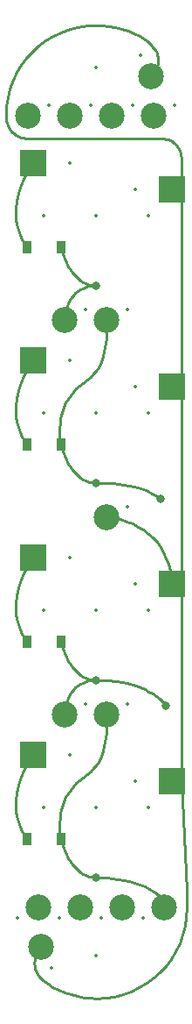
<source format=gtl>
%TF.GenerationSoftware,KiCad,Pcbnew,5.0.0+dfsg1-2*%
%TF.CreationDate,2019-02-10T19:26:03+01:00*%
%TF.ProjectId,yatara-puno-mx-4,7961746172612D70756E6F2D6D782D34,0.2*%
%TF.SameCoordinates,Original*%
%TF.FileFunction,Copper,L1,Top,Signal*%
%TF.FilePolarity,Positive*%
%FSLAX46Y46*%
G04 Gerber Fmt 4.6, Leading zero omitted, Abs format (unit mm)*
G04 Created by KiCad (PCBNEW 5.0.0+dfsg1-2) date Sun Feb 10 19:26:03 2019*
%MOMM*%
%LPD*%
G01*
G04 APERTURE LIST*
%ADD10R,0.900000X1.200000*%
%ADD11C,2.500000*%
%ADD12R,2.550000X2.500000*%
%ADD13C,0.800000*%
%ADD14C,0.250000*%
%ADD15C,0.350000*%
G04 APERTURE END LIST*
D10*
X67270000Y-46098000D03*
X70570000Y-46098000D03*
X67270000Y-65148000D03*
X70570000Y-65148000D03*
X67270000Y-84198000D03*
X70570000Y-84198000D03*
X67270000Y-103248000D03*
X70570000Y-103248000D03*
D11*
X71460000Y-33398000D03*
X67396000Y-33398000D03*
X79588000Y-33398000D03*
X75524000Y-33398000D03*
X75016000Y-91183000D03*
D12*
X81360000Y-40510000D03*
X67910000Y-37970000D03*
X67910000Y-95120000D03*
X81360000Y-97660000D03*
X81360000Y-78610000D03*
X67910000Y-76070000D03*
X67910000Y-57020000D03*
X81360000Y-59560000D03*
D11*
X80602000Y-109852000D03*
X76538000Y-109852000D03*
X72476000Y-109852000D03*
X68410000Y-109852000D03*
X79334000Y-29588000D03*
X68664000Y-113662000D03*
X75016000Y-72133000D03*
X70952000Y-53083000D03*
X75016000Y-53083000D03*
X70952000Y-91183000D03*
D13*
X74000000Y-49781000D03*
X74000000Y-68831000D03*
X80223000Y-70355000D03*
X74000000Y-106931000D03*
X80763000Y-90345000D03*
X74000000Y-87881000D03*
D14*
X67524000Y-38459000D02*
X67904000Y-37970000D01*
X67194000Y-38970000D02*
X67524000Y-38459000D01*
X66913000Y-39500000D02*
X67194000Y-38970000D01*
X66680000Y-40044000D02*
X66913000Y-39500000D01*
X66493000Y-40597000D02*
X66680000Y-40044000D01*
X66352000Y-41156000D02*
X66493000Y-40597000D01*
X66257000Y-41715000D02*
X66352000Y-41156000D01*
X66205000Y-42272000D02*
X66257000Y-41715000D01*
X66197000Y-42821000D02*
X66205000Y-42272000D01*
X66231000Y-43359000D02*
X66197000Y-42821000D01*
X66306000Y-43880000D02*
X66231000Y-43359000D01*
X66422000Y-44382000D02*
X66306000Y-43880000D01*
X66577000Y-44858000D02*
X66422000Y-44382000D01*
X66770000Y-45306000D02*
X66577000Y-44858000D01*
X67001000Y-45721000D02*
X66770000Y-45306000D01*
X67269000Y-46098000D02*
X67001000Y-45721000D01*
X67524000Y-57509000D02*
X67904000Y-57020000D01*
X67194000Y-58020000D02*
X67524000Y-57509000D01*
X66913000Y-58550000D02*
X67194000Y-58020000D01*
X66680000Y-59094000D02*
X66913000Y-58550000D01*
X66493000Y-59647000D02*
X66680000Y-59094000D01*
X66352000Y-60206000D02*
X66493000Y-59647000D01*
X66257000Y-60765000D02*
X66352000Y-60206000D01*
X66205000Y-61322000D02*
X66257000Y-60765000D01*
X66197000Y-61871000D02*
X66205000Y-61322000D01*
X66231000Y-62409000D02*
X66197000Y-61871000D01*
X66306000Y-62930000D02*
X66231000Y-62409000D01*
X66422000Y-63432000D02*
X66306000Y-62930000D01*
X66577000Y-63908000D02*
X66422000Y-63432000D01*
X66770000Y-64356000D02*
X66577000Y-63908000D01*
X67001000Y-64771000D02*
X66770000Y-64356000D01*
X67269000Y-65148000D02*
X67001000Y-64771000D01*
X67524000Y-76559000D02*
X67904000Y-76070000D01*
X67194000Y-77070000D02*
X67524000Y-76559000D01*
X66913000Y-77600000D02*
X67194000Y-77070000D01*
X66680000Y-78144000D02*
X66913000Y-77600000D01*
X66493000Y-78697000D02*
X66680000Y-78144000D01*
X66352000Y-79256000D02*
X66493000Y-78697000D01*
X66257000Y-79815000D02*
X66352000Y-79256000D01*
X66205000Y-80372000D02*
X66257000Y-79815000D01*
X66197000Y-80921000D02*
X66205000Y-80372000D01*
X66231000Y-81459000D02*
X66197000Y-80921000D01*
X66306000Y-81980000D02*
X66231000Y-81459000D01*
X66422000Y-82482000D02*
X66306000Y-81980000D01*
X66577000Y-82958000D02*
X66422000Y-82482000D01*
X66770000Y-83406000D02*
X66577000Y-82958000D01*
X67001000Y-83821000D02*
X66770000Y-83406000D01*
X67269000Y-84198000D02*
X67001000Y-83821000D01*
X67524000Y-95609000D02*
X67904000Y-95120000D01*
X67194000Y-96120000D02*
X67524000Y-95609000D01*
X66913000Y-96650000D02*
X67194000Y-96120000D01*
X66680000Y-97194000D02*
X66913000Y-96650000D01*
X66493000Y-97747000D02*
X66680000Y-97194000D01*
X66352000Y-98306000D02*
X66493000Y-97747000D01*
X66257000Y-98865000D02*
X66352000Y-98306000D01*
X66205000Y-99422000D02*
X66257000Y-98865000D01*
X66197000Y-99971000D02*
X66205000Y-99422000D01*
X66231000Y-100509000D02*
X66197000Y-99971000D01*
X66306000Y-101030000D02*
X66231000Y-100509000D01*
X66422000Y-101532000D02*
X66306000Y-101030000D01*
X66577000Y-102008000D02*
X66422000Y-101532000D01*
X66770000Y-102456000D02*
X66577000Y-102008000D01*
X67001000Y-102871000D02*
X66770000Y-102456000D01*
X67269000Y-103248000D02*
X67001000Y-102871000D01*
X79540000Y-29317000D02*
X79334000Y-29588000D01*
X79705000Y-29051000D02*
X79540000Y-29317000D01*
X79832000Y-28791000D02*
X79705000Y-29051000D01*
X79923000Y-28537000D02*
X79832000Y-28791000D01*
X79954000Y-28412000D02*
X79923000Y-28537000D01*
X79978000Y-28288000D02*
X79954000Y-28412000D01*
X79992000Y-28166000D02*
X79978000Y-28288000D01*
X79999000Y-28046000D02*
X79992000Y-28166000D01*
X79998000Y-27928000D02*
X79999000Y-28046000D01*
X79988000Y-27811000D02*
X79998000Y-27928000D01*
X79971000Y-27695000D02*
X79988000Y-27811000D01*
X79947000Y-27582000D02*
X79971000Y-27695000D01*
X79916000Y-27470000D02*
X79947000Y-27582000D01*
X79877000Y-27360000D02*
X79916000Y-27470000D01*
X79780000Y-27145000D02*
X79877000Y-27360000D01*
X79657000Y-26937000D02*
X79780000Y-27145000D01*
X79510000Y-26737000D02*
X79657000Y-26937000D01*
X79341000Y-26545000D02*
X79510000Y-26737000D01*
X79151000Y-26360000D02*
X79341000Y-26545000D01*
X78942000Y-26184000D02*
X79151000Y-26360000D01*
X78715000Y-26016000D02*
X78942000Y-26184000D01*
X78215000Y-25706000D02*
X78715000Y-26016000D01*
X77663000Y-25432000D02*
X78215000Y-25706000D01*
X77074000Y-25195000D02*
X77663000Y-25432000D01*
X76459000Y-24998000D02*
X77074000Y-25195000D01*
X75831000Y-24842000D02*
X76459000Y-24998000D01*
X75203000Y-24728000D02*
X75831000Y-24842000D01*
X74589000Y-24659000D02*
X75203000Y-24728000D01*
X74000000Y-24635000D02*
X74589000Y-24659000D01*
X73106000Y-24679000D02*
X74000000Y-24635000D01*
X72238000Y-24808000D02*
X73106000Y-24679000D01*
X71399000Y-25019000D02*
X72238000Y-24808000D01*
X70595000Y-25308000D02*
X71399000Y-25019000D01*
X69829000Y-25670000D02*
X70595000Y-25308000D01*
X69107000Y-26102000D02*
X69829000Y-25670000D01*
X68432000Y-26599000D02*
X69107000Y-26102000D01*
X67809000Y-27159000D02*
X68432000Y-26599000D01*
X67242000Y-27777000D02*
X67809000Y-27159000D01*
X66737000Y-28449000D02*
X67242000Y-27777000D01*
X66297000Y-29171000D02*
X66737000Y-28449000D01*
X65928000Y-29939000D02*
X66297000Y-29171000D01*
X65632000Y-30750000D02*
X65928000Y-29939000D01*
X65416000Y-31599000D02*
X65632000Y-30750000D01*
X65282000Y-32483000D02*
X65416000Y-31599000D01*
X65237000Y-33398000D02*
X65282000Y-32483000D01*
X65247000Y-33632000D02*
X65237000Y-33398000D01*
X65278000Y-33855000D02*
X65247000Y-33632000D01*
X65327000Y-34069000D02*
X65278000Y-33855000D01*
X65396000Y-34271000D02*
X65327000Y-34069000D01*
X65482000Y-34462000D02*
X65396000Y-34271000D01*
X65585000Y-34639000D02*
X65482000Y-34462000D01*
X65705000Y-34804000D02*
X65585000Y-34639000D01*
X65840000Y-34954000D02*
X65705000Y-34804000D01*
X65990000Y-35089000D02*
X65840000Y-34954000D01*
X66155000Y-35209000D02*
X65990000Y-35089000D01*
X66332000Y-35312000D02*
X66155000Y-35209000D01*
X66523000Y-35398000D02*
X66332000Y-35312000D01*
X66725000Y-35467000D02*
X66523000Y-35398000D01*
X66939000Y-35516000D02*
X66725000Y-35467000D01*
X67162000Y-35547000D02*
X66939000Y-35516000D01*
X67396000Y-35557000D02*
X67162000Y-35547000D01*
X80096000Y-35557000D02*
X67396000Y-35557000D01*
X80330000Y-35566000D02*
X80096000Y-35557000D01*
X80553000Y-35592000D02*
X80330000Y-35566000D01*
X80767000Y-35637000D02*
X80553000Y-35592000D01*
X80969000Y-35698000D02*
X80767000Y-35637000D01*
X81160000Y-35776000D02*
X80969000Y-35698000D01*
X81337000Y-35872000D02*
X81160000Y-35776000D01*
X81502000Y-35984000D02*
X81337000Y-35872000D01*
X81652000Y-36113000D02*
X81502000Y-35984000D01*
X81787000Y-36258000D02*
X81652000Y-36113000D01*
X81907000Y-36419000D02*
X81787000Y-36258000D01*
X82010000Y-36596000D02*
X81907000Y-36419000D01*
X82096000Y-36789000D02*
X82010000Y-36596000D01*
X82165000Y-36998000D02*
X82096000Y-36789000D01*
X82214000Y-37222000D02*
X82165000Y-36998000D01*
X82245000Y-37462000D02*
X82214000Y-37222000D01*
X82255000Y-37716000D02*
X82245000Y-37462000D01*
X82255000Y-40510000D02*
X82255000Y-37716000D01*
X82255000Y-59560000D02*
X82255000Y-40510000D01*
X82255000Y-78610000D02*
X82255000Y-59560000D01*
X82255000Y-97660000D02*
X82255000Y-78610000D01*
X82763000Y-108201000D02*
X82255000Y-97660000D01*
X82763000Y-109852000D02*
X82763000Y-108201000D01*
X81293000Y-77935000D02*
X81366000Y-78610000D01*
X81171000Y-77290000D02*
X81293000Y-77935000D01*
X81001000Y-76677000D02*
X81171000Y-77290000D01*
X80785000Y-76098000D02*
X81001000Y-76677000D01*
X80522000Y-75553000D02*
X80785000Y-76098000D01*
X80216000Y-75043000D02*
X80522000Y-75553000D01*
X79867000Y-74569000D02*
X80216000Y-75043000D01*
X79477000Y-74133000D02*
X79867000Y-74569000D01*
X79046000Y-73736000D02*
X79477000Y-74133000D01*
X78577000Y-73379000D02*
X79046000Y-73736000D01*
X78070000Y-73062000D02*
X78577000Y-73379000D01*
X77526000Y-72788000D02*
X78070000Y-73062000D01*
X76948000Y-72557000D02*
X77526000Y-72788000D01*
X76336000Y-72370000D02*
X76948000Y-72557000D01*
X75691000Y-72228000D02*
X76336000Y-72370000D01*
X75016000Y-72133000D02*
X75691000Y-72228000D01*
X68460000Y-113933000D02*
X68666000Y-113662000D01*
X68295000Y-114198000D02*
X68460000Y-113933000D01*
X68168000Y-114459000D02*
X68295000Y-114198000D01*
X68077000Y-114713000D02*
X68168000Y-114459000D01*
X68046000Y-114838000D02*
X68077000Y-114713000D01*
X68022000Y-114961000D02*
X68046000Y-114838000D01*
X68008000Y-115083000D02*
X68022000Y-114961000D01*
X68001000Y-115203000D02*
X68008000Y-115083000D01*
X68002000Y-115322000D02*
X68001000Y-115203000D01*
X68012000Y-115439000D02*
X68002000Y-115322000D01*
X68029000Y-115554000D02*
X68012000Y-115439000D01*
X68053000Y-115668000D02*
X68029000Y-115554000D01*
X68084000Y-115780000D02*
X68053000Y-115668000D01*
X68123000Y-115890000D02*
X68084000Y-115780000D01*
X68220000Y-116105000D02*
X68123000Y-115890000D01*
X68343000Y-116312000D02*
X68220000Y-116105000D01*
X68490000Y-116512000D02*
X68343000Y-116312000D01*
X68659000Y-116705000D02*
X68490000Y-116512000D01*
X68849000Y-116889000D02*
X68659000Y-116705000D01*
X69058000Y-117065000D02*
X68849000Y-116889000D01*
X69285000Y-117233000D02*
X69058000Y-117065000D01*
X69785000Y-117543000D02*
X69285000Y-117233000D01*
X70337000Y-117818000D02*
X69785000Y-117543000D01*
X70926000Y-118054000D02*
X70337000Y-117818000D01*
X71541000Y-118251000D02*
X70926000Y-118054000D01*
X72169000Y-118408000D02*
X71541000Y-118251000D01*
X72797000Y-118521000D02*
X72169000Y-118408000D01*
X73411000Y-118591000D02*
X72797000Y-118521000D01*
X74000000Y-118615000D02*
X73411000Y-118591000D01*
X74894000Y-118571000D02*
X74000000Y-118615000D01*
X75762000Y-118441000D02*
X74894000Y-118571000D01*
X76601000Y-118230000D02*
X75762000Y-118441000D01*
X77405000Y-117942000D02*
X76601000Y-118230000D01*
X78171000Y-117580000D02*
X77405000Y-117942000D01*
X78893000Y-117148000D02*
X78171000Y-117580000D01*
X79568000Y-116650000D02*
X78893000Y-117148000D01*
X80191000Y-116090000D02*
X79568000Y-116650000D01*
X80758000Y-115473000D02*
X80191000Y-116090000D01*
X81263000Y-114801000D02*
X80758000Y-115473000D01*
X81703000Y-114079000D02*
X81263000Y-114801000D01*
X82072000Y-113310000D02*
X81703000Y-114079000D01*
X82368000Y-112499000D02*
X82072000Y-113310000D01*
X82584000Y-111650000D02*
X82368000Y-112499000D01*
X82718000Y-110766000D02*
X82584000Y-111650000D01*
X82763000Y-109852000D02*
X82718000Y-110766000D01*
X70965000Y-52732000D02*
X70952000Y-53083000D01*
X71005000Y-52394000D02*
X70965000Y-52732000D01*
X71070000Y-52071000D02*
X71005000Y-52394000D01*
X71160000Y-51763000D02*
X71070000Y-52071000D01*
X71275000Y-51473000D02*
X71160000Y-51763000D01*
X71414000Y-51201000D02*
X71275000Y-51473000D01*
X71576000Y-50949000D02*
X71414000Y-51201000D01*
X71762000Y-50718000D02*
X71576000Y-50949000D01*
X71969000Y-50509000D02*
X71762000Y-50718000D01*
X72198000Y-50323000D02*
X71969000Y-50509000D01*
X72449000Y-50163000D02*
X72198000Y-50323000D01*
X72720000Y-50029000D02*
X72449000Y-50163000D01*
X73011000Y-49922000D02*
X72720000Y-50029000D01*
X73322000Y-49845000D02*
X73011000Y-49922000D01*
X73652000Y-49797000D02*
X73322000Y-49845000D01*
X74000000Y-49781000D02*
X73652000Y-49797000D01*
X73824000Y-49775000D02*
X74000000Y-49781000D01*
X73651000Y-49758000D02*
X73824000Y-49775000D01*
X73483000Y-49729000D02*
X73651000Y-49758000D01*
X73319000Y-49690000D02*
X73483000Y-49729000D01*
X73160000Y-49641000D02*
X73319000Y-49690000D01*
X73005000Y-49582000D02*
X73160000Y-49641000D01*
X72708000Y-49437000D02*
X73005000Y-49582000D01*
X72428000Y-49258000D02*
X72708000Y-49437000D01*
X72166000Y-49049000D02*
X72428000Y-49258000D01*
X71923000Y-48814000D02*
X72166000Y-49049000D01*
X71697000Y-48556000D02*
X71923000Y-48814000D01*
X71490000Y-48279000D02*
X71697000Y-48556000D01*
X71301000Y-47986000D02*
X71490000Y-48279000D01*
X70980000Y-47367000D02*
X71301000Y-47986000D01*
X70737000Y-46728000D02*
X70980000Y-47367000D01*
X70571000Y-46098000D02*
X70737000Y-46728000D01*
X70504000Y-64754000D02*
X70571000Y-65148000D01*
X70460000Y-64349000D02*
X70504000Y-64754000D01*
X70448000Y-63523000D02*
X70460000Y-64349000D01*
X70481000Y-63106000D02*
X70448000Y-63523000D01*
X70540000Y-62690000D02*
X70481000Y-63106000D01*
X70626000Y-62278000D02*
X70540000Y-62690000D01*
X70741000Y-61872000D02*
X70626000Y-62278000D01*
X70883000Y-61476000D02*
X70741000Y-61872000D01*
X71055000Y-61091000D02*
X70883000Y-61476000D01*
X71256000Y-60720000D02*
X71055000Y-61091000D01*
X71488000Y-60367000D02*
X71256000Y-60720000D01*
X71751000Y-60034000D02*
X71488000Y-60367000D01*
X72045000Y-59723000D02*
X71751000Y-60034000D01*
X72371000Y-59437000D02*
X72045000Y-59723000D01*
X72730000Y-59179000D02*
X72371000Y-59437000D01*
X73111000Y-58908000D02*
X72730000Y-59179000D01*
X73448000Y-58620000D02*
X73111000Y-58908000D01*
X73743000Y-58315000D02*
X73448000Y-58620000D01*
X73998000Y-57994000D02*
X73743000Y-58315000D01*
X74217000Y-57658000D02*
X73998000Y-57994000D01*
X74402000Y-57306000D02*
X74217000Y-57658000D01*
X74556000Y-56940000D02*
X74402000Y-57306000D01*
X74683000Y-56560000D02*
X74556000Y-56940000D01*
X74862000Y-55760000D02*
X74683000Y-56560000D01*
X74962000Y-54911000D02*
X74862000Y-55760000D01*
X75016000Y-53083000D02*
X74962000Y-54911000D01*
X73824000Y-68825000D02*
X74000000Y-68831000D01*
X73651000Y-68808000D02*
X73824000Y-68825000D01*
X73483000Y-68779000D02*
X73651000Y-68808000D01*
X73319000Y-68740000D02*
X73483000Y-68779000D01*
X73160000Y-68691000D02*
X73319000Y-68740000D01*
X73005000Y-68632000D02*
X73160000Y-68691000D01*
X72708000Y-68487000D02*
X73005000Y-68632000D01*
X72428000Y-68308000D02*
X72708000Y-68487000D01*
X72166000Y-68099000D02*
X72428000Y-68308000D01*
X71923000Y-67864000D02*
X72166000Y-68099000D01*
X71697000Y-67606000D02*
X71923000Y-67864000D01*
X71490000Y-67329000D02*
X71697000Y-67606000D01*
X71301000Y-67036000D02*
X71490000Y-67329000D01*
X70980000Y-66417000D02*
X71301000Y-67036000D01*
X70737000Y-65778000D02*
X70980000Y-66417000D01*
X70571000Y-65148000D02*
X70737000Y-65778000D01*
X79884000Y-70125000D02*
X80223000Y-70355000D01*
X79531000Y-69919000D02*
X79884000Y-70125000D01*
X78790000Y-69572000D02*
X79531000Y-69919000D01*
X78011000Y-69305000D02*
X78790000Y-69572000D01*
X77208000Y-69109000D02*
X78011000Y-69305000D01*
X75577000Y-68887000D02*
X77208000Y-69109000D01*
X74000000Y-68831000D02*
X75577000Y-68887000D01*
X75013000Y-106973000D02*
X74000000Y-106931000D01*
X76103000Y-107102000D02*
X75013000Y-106973000D01*
X77206000Y-107319000D02*
X76103000Y-107102000D01*
X78255000Y-107629000D02*
X77206000Y-107319000D01*
X78738000Y-107820000D02*
X78255000Y-107629000D01*
X79184000Y-108035000D02*
X78738000Y-107820000D01*
X79584000Y-108274000D02*
X79184000Y-108035000D01*
X79764000Y-108403000D02*
X79584000Y-108274000D01*
X79929000Y-108538000D02*
X79764000Y-108403000D01*
X80079000Y-108680000D02*
X79929000Y-108538000D01*
X80212000Y-108828000D02*
X80079000Y-108680000D01*
X80328000Y-108982000D02*
X80212000Y-108828000D01*
X80424000Y-109143000D02*
X80328000Y-108982000D01*
X80501000Y-109310000D02*
X80424000Y-109143000D01*
X80558000Y-109484000D02*
X80501000Y-109310000D01*
X80578000Y-109573000D02*
X80558000Y-109484000D01*
X80592000Y-109664000D02*
X80578000Y-109573000D01*
X80601000Y-109757000D02*
X80592000Y-109664000D01*
X80604000Y-109852000D02*
X80601000Y-109757000D01*
X73824000Y-106925000D02*
X74000000Y-106931000D01*
X73651000Y-106908000D02*
X73824000Y-106925000D01*
X73483000Y-106879000D02*
X73651000Y-106908000D01*
X73319000Y-106840000D02*
X73483000Y-106879000D01*
X73160000Y-106791000D02*
X73319000Y-106840000D01*
X73005000Y-106732000D02*
X73160000Y-106791000D01*
X72708000Y-106587000D02*
X73005000Y-106732000D01*
X72428000Y-106408000D02*
X72708000Y-106587000D01*
X72166000Y-106199000D02*
X72428000Y-106408000D01*
X71923000Y-105964000D02*
X72166000Y-106199000D01*
X71697000Y-105706000D02*
X71923000Y-105964000D01*
X71490000Y-105429000D02*
X71697000Y-105706000D01*
X71301000Y-105136000D02*
X71490000Y-105429000D01*
X70980000Y-104517000D02*
X71301000Y-105136000D01*
X70737000Y-103878000D02*
X70980000Y-104517000D01*
X70571000Y-103248000D02*
X70737000Y-103878000D01*
X70504000Y-102854000D02*
X70571000Y-103248000D01*
X70460000Y-102449000D02*
X70504000Y-102854000D01*
X70448000Y-101623000D02*
X70460000Y-102449000D01*
X70481000Y-101206000D02*
X70448000Y-101623000D01*
X70540000Y-100790000D02*
X70481000Y-101206000D01*
X70626000Y-100378000D02*
X70540000Y-100790000D01*
X70741000Y-99972000D02*
X70626000Y-100378000D01*
X70883000Y-99576000D02*
X70741000Y-99972000D01*
X71055000Y-99191000D02*
X70883000Y-99576000D01*
X71256000Y-98820000D02*
X71055000Y-99191000D01*
X71488000Y-98467000D02*
X71256000Y-98820000D01*
X71751000Y-98134000D02*
X71488000Y-98467000D01*
X72045000Y-97823000D02*
X71751000Y-98134000D01*
X72371000Y-97537000D02*
X72045000Y-97823000D01*
X72730000Y-97279000D02*
X72371000Y-97537000D01*
X73111000Y-97008000D02*
X72730000Y-97279000D01*
X73448000Y-96720000D02*
X73111000Y-97008000D01*
X73743000Y-96415000D02*
X73448000Y-96720000D01*
X73998000Y-96094000D02*
X73743000Y-96415000D01*
X74217000Y-95758000D02*
X73998000Y-96094000D01*
X74402000Y-95406000D02*
X74217000Y-95758000D01*
X74556000Y-95040000D02*
X74402000Y-95406000D01*
X74683000Y-94660000D02*
X74556000Y-95040000D01*
X74862000Y-93860000D02*
X74683000Y-94660000D01*
X74962000Y-93011000D02*
X74862000Y-93860000D01*
X75016000Y-91183000D02*
X74962000Y-93011000D01*
X70965000Y-90832000D02*
X70952000Y-91183000D01*
X71005000Y-90494000D02*
X70965000Y-90832000D01*
X71070000Y-90171000D02*
X71005000Y-90494000D01*
X71160000Y-89863000D02*
X71070000Y-90171000D01*
X71275000Y-89573000D02*
X71160000Y-89863000D01*
X71414000Y-89301000D02*
X71275000Y-89573000D01*
X71576000Y-89049000D02*
X71414000Y-89301000D01*
X71762000Y-88818000D02*
X71576000Y-89049000D01*
X71969000Y-88609000D02*
X71762000Y-88818000D01*
X72198000Y-88423000D02*
X71969000Y-88609000D01*
X72449000Y-88263000D02*
X72198000Y-88423000D01*
X72720000Y-88129000D02*
X72449000Y-88263000D01*
X73011000Y-88022000D02*
X72720000Y-88129000D01*
X73322000Y-87945000D02*
X73011000Y-88022000D01*
X73652000Y-87897000D02*
X73322000Y-87945000D01*
X74000000Y-87881000D02*
X73652000Y-87897000D01*
X80470000Y-90022000D02*
X80763000Y-90345000D01*
X80154000Y-89724000D02*
X80470000Y-90022000D01*
X79816000Y-89451000D02*
X80154000Y-89724000D01*
X79458000Y-89203000D02*
X79816000Y-89451000D01*
X79081000Y-88978000D02*
X79458000Y-89203000D01*
X78686000Y-88777000D02*
X79081000Y-88978000D01*
X77846000Y-88440000D02*
X78686000Y-88777000D01*
X76948000Y-88188000D02*
X77846000Y-88440000D01*
X76001000Y-88014000D02*
X76948000Y-88188000D01*
X75015000Y-87913000D02*
X76001000Y-88014000D01*
X74000000Y-87881000D02*
X75015000Y-87913000D01*
X73824000Y-87875000D02*
X74000000Y-87881000D01*
X73651000Y-87858000D02*
X73824000Y-87875000D01*
X73483000Y-87829000D02*
X73651000Y-87858000D01*
X73319000Y-87790000D02*
X73483000Y-87829000D01*
X73160000Y-87741000D02*
X73319000Y-87790000D01*
X73005000Y-87682000D02*
X73160000Y-87741000D01*
X72708000Y-87537000D02*
X73005000Y-87682000D01*
X72428000Y-87358000D02*
X72708000Y-87537000D01*
X72166000Y-87149000D02*
X72428000Y-87358000D01*
X71923000Y-86914000D02*
X72166000Y-87149000D01*
X71697000Y-86656000D02*
X71923000Y-86914000D01*
X71490000Y-86379000D02*
X71697000Y-86656000D01*
X71301000Y-86086000D02*
X71490000Y-86379000D01*
X70980000Y-85467000D02*
X71301000Y-86086000D01*
X70737000Y-84828000D02*
X70980000Y-85467000D01*
X70571000Y-84198000D02*
X70737000Y-84828000D01*
D15*
X74000000Y-49781000D03*
X74000000Y-68831000D03*
X80223000Y-70355000D03*
X74000000Y-106931000D03*
X80763000Y-90345000D03*
X74000000Y-87881000D03*
X71460000Y-33398000D03*
X67396000Y-33398000D03*
X79588000Y-33398000D03*
X75524000Y-33398000D03*
X75016000Y-91183000D03*
X77810000Y-40510000D03*
X71460000Y-37970000D03*
X68920000Y-43050000D03*
X79080000Y-43050000D03*
X74000000Y-43050000D03*
X74000000Y-100200000D03*
X79080000Y-100200000D03*
X68920000Y-100200000D03*
X71460000Y-95120000D03*
X77810000Y-97660000D03*
X77810000Y-78610000D03*
X71460000Y-76070000D03*
X68920000Y-81150000D03*
X79080000Y-81150000D03*
X74000000Y-81150000D03*
X74000000Y-62100000D03*
X79080000Y-62100000D03*
X68920000Y-62100000D03*
X71460000Y-57020000D03*
X77810000Y-59560000D03*
X80602000Y-109852000D03*
X76538000Y-109852000D03*
X72476000Y-109852000D03*
X68410000Y-109852000D03*
X79334000Y-29588000D03*
X68664000Y-113662000D03*
X75016000Y-72133000D03*
X70952000Y-53083000D03*
X75016000Y-53083000D03*
X70952000Y-91183000D03*
X77048000Y-52067000D03*
X72984000Y-52067000D03*
X77048000Y-71117000D03*
X72984000Y-90167000D03*
X69682000Y-115694000D03*
X66380000Y-110868000D03*
X78572000Y-110868000D03*
X74508000Y-110868000D03*
X70444000Y-110868000D03*
X77048000Y-90167000D03*
X81620000Y-32382000D03*
X77556000Y-32382000D03*
X73492000Y-32382000D03*
X69428000Y-32382000D03*
X74000000Y-114487500D03*
X74000000Y-28762500D03*
X78318000Y-27556000D03*
M02*

</source>
